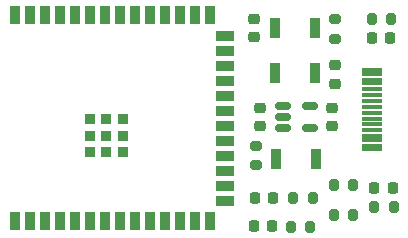
<source format=gbr>
G04 #@! TF.GenerationSoftware,KiCad,Pcbnew,(6.0.11)*
G04 #@! TF.CreationDate,2023-04-28T13:02:25+02:00*
G04 #@! TF.ProjectId,cyberticket,63796265-7274-4696-936b-65742e6b6963,rev?*
G04 #@! TF.SameCoordinates,Original*
G04 #@! TF.FileFunction,Paste,Top*
G04 #@! TF.FilePolarity,Positive*
%FSLAX46Y46*%
G04 Gerber Fmt 4.6, Leading zero omitted, Abs format (unit mm)*
G04 Created by KiCad (PCBNEW (6.0.11)) date 2023-04-28 13:02:25*
%MOMM*%
%LPD*%
G01*
G04 APERTURE LIST*
G04 Aperture macros list*
%AMRoundRect*
0 Rectangle with rounded corners*
0 $1 Rounding radius*
0 $2 $3 $4 $5 $6 $7 $8 $9 X,Y pos of 4 corners*
0 Add a 4 corners polygon primitive as box body*
4,1,4,$2,$3,$4,$5,$6,$7,$8,$9,$2,$3,0*
0 Add four circle primitives for the rounded corners*
1,1,$1+$1,$2,$3*
1,1,$1+$1,$4,$5*
1,1,$1+$1,$6,$7*
1,1,$1+$1,$8,$9*
0 Add four rect primitives between the rounded corners*
20,1,$1+$1,$2,$3,$4,$5,0*
20,1,$1+$1,$4,$5,$6,$7,0*
20,1,$1+$1,$6,$7,$8,$9,0*
20,1,$1+$1,$8,$9,$2,$3,0*%
G04 Aperture macros list end*
%ADD10R,0.900000X1.700000*%
%ADD11RoundRect,0.225000X0.250000X-0.225000X0.250000X0.225000X-0.250000X0.225000X-0.250000X-0.225000X0*%
%ADD12RoundRect,0.200000X0.200000X0.275000X-0.200000X0.275000X-0.200000X-0.275000X0.200000X-0.275000X0*%
%ADD13RoundRect,0.200000X-0.200000X-0.275000X0.200000X-0.275000X0.200000X0.275000X-0.200000X0.275000X0*%
%ADD14RoundRect,0.218750X0.218750X0.256250X-0.218750X0.256250X-0.218750X-0.256250X0.218750X-0.256250X0*%
%ADD15RoundRect,0.150000X-0.512500X-0.150000X0.512500X-0.150000X0.512500X0.150000X-0.512500X0.150000X0*%
%ADD16R,0.900000X1.500000*%
%ADD17R,1.500000X0.900000*%
%ADD18R,0.900000X0.900000*%
%ADD19RoundRect,0.225000X0.225000X0.250000X-0.225000X0.250000X-0.225000X-0.250000X0.225000X-0.250000X0*%
%ADD20R,1.750000X0.300000*%
%ADD21RoundRect,0.200000X0.275000X-0.200000X0.275000X0.200000X-0.275000X0.200000X-0.275000X-0.200000X0*%
G04 APERTURE END LIST*
D10*
X118393000Y-62992000D03*
X121793000Y-62992000D03*
D11*
X123376400Y-56598400D03*
X123376400Y-55048400D03*
D12*
X124924400Y-65151000D03*
X123274400Y-65151000D03*
D13*
X126467500Y-51085500D03*
X128117500Y-51085500D03*
D12*
X124924400Y-67691000D03*
X123274400Y-67691000D03*
D11*
X116518400Y-52674400D03*
X116518400Y-51124400D03*
D14*
X128257000Y-65405000D03*
X126682000Y-65405000D03*
D15*
X118942400Y-58490400D03*
X118942400Y-59440400D03*
X118942400Y-60390400D03*
X121217400Y-60390400D03*
X121217400Y-58490400D03*
D16*
X96276400Y-68256400D03*
X97546400Y-68256400D03*
X98816400Y-68256400D03*
X100086400Y-68256400D03*
X101356400Y-68256400D03*
X102626400Y-68256400D03*
X103896400Y-68256400D03*
X105166400Y-68256400D03*
X106436400Y-68256400D03*
X107706400Y-68256400D03*
X108976400Y-68256400D03*
X110246400Y-68256400D03*
X111516400Y-68256400D03*
X112786400Y-68256400D03*
D17*
X114036400Y-66491400D03*
X114036400Y-65221400D03*
X114036400Y-63951400D03*
X114036400Y-62681400D03*
X114036400Y-61411400D03*
X114036400Y-60141400D03*
X114036400Y-58871400D03*
X114036400Y-57601400D03*
X114036400Y-56331400D03*
X114036400Y-55061400D03*
X114036400Y-53791400D03*
X114036400Y-52521400D03*
D16*
X112786400Y-50756400D03*
X111516400Y-50756400D03*
X110246400Y-50756400D03*
X108976400Y-50756400D03*
X107706400Y-50756400D03*
X106436400Y-50756400D03*
X105166400Y-50756400D03*
X103896400Y-50756400D03*
X102626400Y-50756400D03*
X101356400Y-50756400D03*
X100086400Y-50756400D03*
X98816400Y-50756400D03*
X97546400Y-50756400D03*
X96276400Y-50756400D03*
D18*
X103996400Y-61006400D03*
X105396400Y-62406400D03*
X105396400Y-61006400D03*
X102596400Y-62406400D03*
X103996400Y-62406400D03*
X102596400Y-61006400D03*
X102596400Y-59606400D03*
X105396400Y-59606400D03*
X103996400Y-59606400D03*
D13*
X119825000Y-66294000D03*
X121475000Y-66294000D03*
D10*
X121696400Y-55696400D03*
X118296400Y-55696400D03*
D14*
X128041500Y-52736500D03*
X126466500Y-52736500D03*
D19*
X118068400Y-68650400D03*
X116518400Y-68650400D03*
D20*
X126496000Y-62151000D03*
X126496000Y-61351000D03*
X126496000Y-60051000D03*
X126496000Y-59051000D03*
X126496000Y-58551000D03*
X126496000Y-57551000D03*
X126496000Y-56251000D03*
X126496000Y-55451000D03*
X126496000Y-55751000D03*
X126496000Y-56551000D03*
X126496000Y-57051000D03*
X126496000Y-58051000D03*
X126496000Y-59551000D03*
X126496000Y-60551000D03*
X126496000Y-61051000D03*
X126496000Y-61851000D03*
D19*
X118118400Y-66294000D03*
X116568400Y-66294000D03*
D11*
X123122400Y-60167400D03*
X123122400Y-58617400D03*
X117026400Y-60167400D03*
X117026400Y-58617400D03*
D10*
X118296400Y-51886400D03*
X121696400Y-51886400D03*
D13*
X126683000Y-67056000D03*
X128333000Y-67056000D03*
D12*
X121284000Y-68707000D03*
X119634000Y-68707000D03*
D21*
X116713000Y-63499000D03*
X116713000Y-61849000D03*
X123376400Y-52774400D03*
X123376400Y-51124400D03*
M02*

</source>
